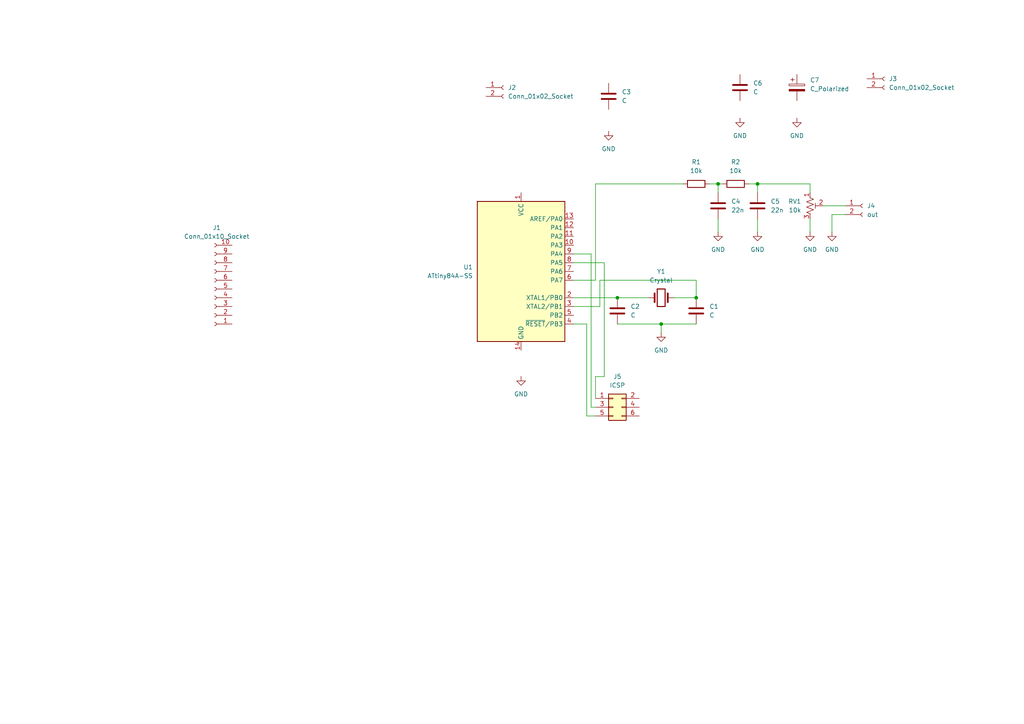
<source format=kicad_sch>
(kicad_sch (version 20231120) (generator "eeschema") (generator_version "8.0")
  (paper "A4")
  (lib_symbols
    (symbol "Connector:Conn_01x02_Socket" (pin_names (offset 1.016) hide)
      (property "Reference" "J" (at 0 2.54 0))
      (property "Value" "Conn_01x02_Socket" (at 0 -5.08 0))
      (symbol "Conn_01x02_Socket_1_1"
        (arc (start 0 -2.032) (mid -0.5058 -2.54) (end 0 -3.048) (stroke (width 0.1524)))
        (polyline (pts (xy -1.27 -2.54) (xy -0.508 -2.54)) (stroke (width 0.1524)))
        (polyline (pts (xy -1.27 0) (xy -0.508 0)) (stroke (width 0.1524)))
        (arc (start 0 0.508) (mid -0.5058 0) (end 0 -0.508) (stroke (width 0.1524)))
        (pin passive line (at -5.08 0 0) (length 3.81) (name "Pin_1") (number "1"))
        (pin passive line (at -5.08 -2.54 0) (length 3.81) (name "Pin_2") (number "2"))
      )
    )
    (symbol "Connector:Conn_01x10_Socket" (pin_names (offset 1.016) hide)
      (property "Reference" "J" (at 0 12.7 0))
      (property "Value" "Conn_01x10_Socket" (at 0 -15.24 0))
      (symbol "Conn_01x10_Socket_1_1"
        (arc (start 0 -12.192) (mid -0.5058 -12.7) (end 0 -13.208) (stroke (width 0.1524)))
        (arc (start 0 -9.652) (mid -0.5058 -10.16) (end 0 -10.668) (stroke (width 0.1524)))
        (arc (start 0 -7.112) (mid -0.5058 -7.62) (end 0 -8.128) (stroke (width 0.1524)))
        (arc (start 0 -4.572) (mid -0.5058 -5.08) (end 0 -5.588) (stroke (width 0.1524)))
        (arc (start 0 -2.032) (mid -0.5058 -2.54) (end 0 -3.048) (stroke (width 0.1524)))
        (polyline (pts (xy -1.27 -12.7) (xy -0.508 -12.7)) (stroke (width 0.1524)))
        (polyline (pts (xy -1.27 -10.16) (xy -0.508 -10.16)) (stroke (width 0.1524)))
        (polyline (pts (xy -1.27 -7.62) (xy -0.508 -7.62)) (stroke (width 0.1524)))
        (polyline (pts (xy -1.27 -5.08) (xy -0.508 -5.08)) (stroke (width 0.1524)))
        (polyline (pts (xy -1.27 -2.54) (xy -0.508 -2.54)) (stroke (width 0.1524)))
        (polyline (pts (xy -1.27 0) (xy -0.508 0)) (stroke (width 0.1524)))
        (polyline (pts (xy -1.27 2.54) (xy -0.508 2.54)) (stroke (width 0.1524)))
        (polyline (pts (xy -1.27 5.08) (xy -0.508 5.08)) (stroke (width 0.1524)))
        (polyline (pts (xy -1.27 7.62) (xy -0.508 7.62)) (stroke (width 0.1524)))
        (polyline (pts (xy -1.27 10.16) (xy -0.508 10.16)) (stroke (width 0.1524)))
        (arc (start 0 0.508) (mid -0.5058 0) (end 0 -0.508) (stroke (width 0.1524)))
        (arc (start 0 3.048) (mid -0.5058 2.54) (end 0 2.032) (stroke (width 0.1524)))
        (arc (start 0 5.588) (mid -0.5058 5.08) (end 0 4.572) (stroke (width 0.1524)))
        (arc (start 0 8.128) (mid -0.5058 7.62) (end 0 7.112) (stroke (width 0.1524)))
        (arc (start 0 10.668) (mid -0.5058 10.16) (end 0 9.652) (stroke (width 0.1524)))
        (pin passive line (at -5.08 10.16 0) (length 3.81) (name "Pin_1") (number "1"))
        (pin passive line (at -5.08 -12.7 0) (length 3.81) (name "Pin_10") (number "10"))
        (pin passive line (at -5.08 7.62 0) (length 3.81) (name "Pin_2") (number "2"))
        (pin passive line (at -5.08 5.08 0) (length 3.81) (name "Pin_3") (number "3"))
        (pin passive line (at -5.08 2.54 0) (length 3.81) (name "Pin_4") (number "4"))
        (pin passive line (at -5.08 0 0) (length 3.81) (name "Pin_5") (number "5"))
        (pin passive line (at -5.08 -2.54 0) (length 3.81) (name "Pin_6") (number "6"))
        (pin passive line (at -5.08 -5.08 0) (length 3.81) (name "Pin_7") (number "7"))
        (pin passive line (at -5.08 -7.62 0) (length 3.81) (name "Pin_8") (number "8"))
        (pin passive line (at -5.08 -10.16 0) (length 3.81) (name "Pin_9") (number "9"))
      )
    )
    (symbol "Connector_Generic:Conn_02x03_Odd_Even" (pin_names (offset 1.016) hide)
      (property "Reference" "J" (at 1.27 5.08 0))
      (property "Value" "Conn_02x03_Odd_Even" (at 1.27 -5.08 0))
      (symbol "Conn_02x03_Odd_Even_1_1"
        (rectangle (start -1.27 -2.413) (end 0 -2.667) (stroke (width 0.1524)))
        (rectangle (start -1.27 0.127) (end 0 -0.127) (stroke (width 0.1524)))
        (rectangle (start -1.27 2.667) (end 0 2.413) (stroke (width 0.1524)))
        (rectangle (start -1.27 3.81) (end 3.81 -3.81) (stroke (width 0.254)) (fill (type background)))
        (rectangle (start 3.81 -2.413) (end 2.54 -2.667) (stroke (width 0.1524)))
        (rectangle (start 3.81 0.127) (end 2.54 -0.127) (stroke (width 0.1524)))
        (rectangle (start 3.81 2.667) (end 2.54 2.413) (stroke (width 0.1524)))
        (pin passive line (at -5.08 2.54 0) (length 3.81) (name "Pin_1") (number "1"))
        (pin passive line (at 7.62 2.54 180) (length 3.81) (name "Pin_2") (number "2"))
        (pin passive line (at -5.08 0 0) (length 3.81) (name "Pin_3") (number "3"))
        (pin passive line (at 7.62 0 180) (length 3.81) (name "Pin_4") (number "4"))
        (pin passive line (at -5.08 -2.54 0) (length 3.81) (name "Pin_5") (number "5"))
        (pin passive line (at 7.62 -2.54 180) (length 3.81) (name "Pin_6") (number "6"))
      )
    )
    (symbol "Device:C" (pin_numbers hide) (pin_names (offset 0.254))
      (property "Reference" "C" (at 0.635 2.54 0))
      (property "Value" "C" (at 0.635 -2.54 0))
      (symbol "C_0_1"
        (polyline (pts (xy -2.032 -0.762) (xy 2.032 -0.762)) (stroke (width 0.508)))
        (polyline (pts (xy -2.032 0.762) (xy 2.032 0.762)) (stroke (width 0.508)))
      )
      (symbol "C_1_1"
        (pin passive line (at 0 3.81 270) (length 2.794) (name "~") (number "1"))
        (pin passive line (at 0 -3.81 90) (length 2.794) (name "~") (number "2"))
      )
    )
    (symbol "Device:C_Polarized" (pin_numbers hide) (pin_names (offset 0.254))
      (property "Reference" "C" (at 0.635 2.54 0))
      (property "Value" "C_Polarized" (at 0.635 -2.54 0))
      (symbol "C_Polarized_0_1"
        (rectangle (start -2.286 0.508) (end 2.286 1.016))
        (polyline (pts (xy -1.778 2.286) (xy -0.762 2.286)))
        (polyline (pts (xy -1.27 2.794) (xy -1.27 1.778)))
        (rectangle (start 2.286 -0.508) (end -2.286 -1.016) (fill (type outline)))
      )
      (symbol "C_Polarized_1_1"
        (pin passive line (at 0 3.81 270) (length 2.794) (name "~") (number "1"))
        (pin passive line (at 0 -3.81 90) (length 2.794) (name "~") (number "2"))
      )
    )
    (symbol "Device:Crystal" (pin_numbers hide) (pin_names (offset 1.016) hide)
      (property "Reference" "Y" (at 0 3.81 0))
      (property "Value" "Crystal" (at 0 -3.81 0))
      (symbol "Crystal_0_1"
        (rectangle (start -1.143 2.54) (end 1.143 -2.54) (stroke (width 0.3048)))
        (polyline (pts (xy -2.54 0) (xy -1.905 0)))
        (polyline (pts (xy -1.905 -1.27) (xy -1.905 1.27)) (stroke (width 0.508)))
        (polyline (pts (xy 1.905 -1.27) (xy 1.905 1.27)) (stroke (width 0.508)))
        (polyline (pts (xy 2.54 0) (xy 1.905 0)))
      )
      (symbol "Crystal_1_1"
        (pin passive line (at -3.81 0 0) (length 1.27) (name "1") (number "1"))
        (pin passive line (at 3.81 0 180) (length 1.27) (name "2") (number "2"))
      )
    )
    (symbol "Device:R" (pin_numbers hide) (pin_names (offset 0))
      (property "Reference" "R" (at 2.032 0 90))
      (property "Value" "R" (at 0 0 90))
      (symbol "R_0_1"
        (rectangle (start -1.016 -2.54) (end 1.016 2.54) (stroke (width 0.254)))
      )
      (symbol "R_1_1"
        (pin passive line (at 0 3.81 270) (length 1.27) (name "~") (number "1"))
        (pin passive line (at 0 -3.81 90) (length 1.27) (name "~") (number "2"))
      )
    )
    (symbol "Device:R_Potentiometer_Trim_US" (pin_names (offset 1.016) hide)
      (property "Reference" "RV" (at -4.445 0 90))
      (property "Value" "R_Potentiometer_Trim_US" (at -2.54 0 90))
      (symbol "R_Potentiometer_Trim_US_0_1"
        (polyline (pts (xy 0 -2.286) (xy 0 -2.54)))
        (polyline (pts (xy 0 2.286) (xy 0 2.54)))
        (polyline (pts (xy 1.524 0.762) (xy 1.524 -0.762)))
        (polyline (pts (xy 2.54 0) (xy 1.524 0)))
        (polyline (pts (xy 0 -0.762) (xy 1.016 -1.143) (xy 0 -1.524) (xy -1.016 -1.905) (xy 0 -2.286)))
        (polyline (pts (xy 0 0.762) (xy 1.016 0.381) (xy 0 0) (xy -1.016 -0.381) (xy 0 -0.762)))
        (polyline (pts (xy 0 2.286) (xy 1.016 1.905) (xy 0 1.524) (xy -1.016 1.143) (xy 0 0.762)))
      )
      (symbol "R_Potentiometer_Trim_US_1_1"
        (pin passive line (at 0 3.81 270) (length 1.27) (name "1") (number "1"))
        (pin passive line (at 3.81 0 180) (length 1.27) (name "2") (number "2"))
        (pin passive line (at 0 -3.81 90) (length 1.27) (name "3") (number "3"))
      )
    )
    (symbol "MCU_Microchip_ATtiny:ATtiny84A-SS"
      (property "Reference" "U" (at -12.7 21.59 0))
      (property "Value" "ATtiny84A-SS" (at 2.54 -21.59 0))
      (symbol "ATtiny84A-SS_0_1"
        (rectangle (start -12.7 -20.32) (end 12.7 20.32) (stroke (width 0.254)) (fill (type background)))
      )
      (symbol "ATtiny84A-SS_1_1"
        (pin power_in line (at 0 22.86 270) (length 2.54) (name "VCC") (number "1"))
        (pin bidirectional line (at 15.24 7.62 180) (length 2.54) (name "PA3") (number "10"))
        (pin bidirectional line (at 15.24 10.16 180) (length 2.54) (name "PA2") (number "11"))
        (pin bidirectional line (at 15.24 12.7 180) (length 2.54) (name "PA1") (number "12"))
        (pin bidirectional line (at 15.24 15.24 180) (length 2.54) (name "AREF/PA0") (number "13"))
        (pin power_in line (at 0 -22.86 90) (length 2.54) (name "GND") (number "14"))
        (pin bidirectional line (at 15.24 -7.62 180) (length 2.54) (name "XTAL1/PB0") (number "2"))
        (pin bidirectional line (at 15.24 -10.16 180) (length 2.54) (name "XTAL2/PB1") (number "3"))
        (pin bidirectional line (at 15.24 -15.24 180) (length 2.54) (name "~{RESET}/PB3") (number "4"))
        (pin bidirectional line (at 15.24 -12.7 180) (length 2.54) (name "PB2") (number "5"))
        (pin bidirectional line (at 15.24 -2.54 180) (length 2.54) (name "PA7") (number "6"))
        (pin bidirectional line (at 15.24 0 180) (length 2.54) (name "PA6") (number "7"))
        (pin bidirectional line (at 15.24 2.54 180) (length 2.54) (name "PA5") (number "8"))
        (pin bidirectional line (at 15.24 5.08 180) (length 2.54) (name "PA4") (number "9"))
      )
    )
    (symbol "power:GND" (power) (pin_numbers hide) (pin_names (offset 0) hide)
      (property "Value" "GND" (at 0 -3.81 0))
      (symbol "GND_0_1"
        (polyline (pts (xy 0 0) (xy 0 -1.27) (xy 1.27 -1.27) (xy 0 -2.54) (xy -1.27 -1.27) (xy 0 -1.27)))
      )
      (symbol "GND_1_1"
        (pin power_in line (at 0 0 270) (length 0) (name "~") (number "1"))
      )
    )
  )
  (junction (at 208.28 53.34))
  (junction (at 219.71 53.34))
  (junction (at 191.77 93.98))
  (junction (at 179.07 86.36))
  (junction (at 201.93 86.36))
  (wire (pts (xy 241.3 62.23) (xy 241.3 67.31)))
  (wire (pts (xy 166.37 76.2) (xy 175.26 76.2)))
  (wire (pts (xy 170.18 120.65) (xy 172.72 120.65)))
  (wire (pts (xy 175.26 109.22) (xy 172.72 109.22)))
  (wire (pts (xy 191.77 93.98) (xy 201.93 93.98)))
  (wire (pts (xy 166.37 86.36) (xy 179.07 86.36)))
  (wire (pts (xy 170.18 93.98) (xy 170.18 120.65)))
  (wire (pts (xy 219.71 53.34) (xy 234.95 53.34)))
  (wire (pts (xy 234.95 55.88) (xy 234.95 53.34)))
  (wire (pts (xy 166.37 93.98) (xy 170.18 93.98)))
  (wire (pts (xy 201.93 81.28) (xy 201.93 86.36)))
  (wire (pts (xy 172.72 118.11) (xy 171.45 118.11)))
  (wire (pts (xy 172.72 53.34) (xy 198.12 53.34)))
  (wire (pts (xy 238.76 59.69) (xy 245.11 59.69)))
  (wire (pts (xy 209.55 53.34) (xy 208.28 53.34)))
  (wire (pts (xy 173.99 88.9) (xy 173.99 81.28)))
  (wire (pts (xy 179.07 93.98) (xy 191.77 93.98)))
  (wire (pts (xy 166.37 88.9) (xy 173.99 88.9)))
  (wire (pts (xy 219.71 53.34) (xy 219.71 55.88)))
  (wire (pts (xy 217.17 53.34) (xy 219.71 53.34)))
  (wire (pts (xy 191.77 96.52) (xy 191.77 93.98)))
  (wire (pts (xy 245.11 62.23) (xy 241.3 62.23)))
  (wire (pts (xy 195.58 86.36) (xy 201.93 86.36)))
  (wire (pts (xy 208.28 63.5) (xy 208.28 67.31)))
  (wire (pts (xy 172.72 81.28) (xy 172.72 53.34)))
  (wire (pts (xy 175.26 76.2) (xy 175.26 109.22)))
  (wire (pts (xy 208.28 53.34) (xy 208.28 55.88)))
  (wire (pts (xy 205.74 53.34) (xy 208.28 53.34)))
  (wire (pts (xy 234.95 63.5) (xy 234.95 67.31)))
  (wire (pts (xy 166.37 81.28) (xy 172.72 81.28)))
  (wire (pts (xy 219.71 63.5) (xy 219.71 67.31)))
  (wire (pts (xy 172.72 109.22) (xy 172.72 115.57)))
  (wire (pts (xy 173.99 81.28) (xy 201.93 81.28)))
  (wire (pts (xy 171.45 118.11) (xy 171.45 73.66)))
  (wire (pts (xy 171.45 73.66) (xy 166.37 73.66)))
  (wire (pts (xy 179.07 86.36) (xy 187.96 86.36)))
  (symbol (lib_id "Connector:Conn_01x02_Socket") (at 256.54 22.86 0) (unit 1)
    (property "Reference" "J3" (at 257.81 22.8599 0) (effects (justify left)))
    (property "Value" "Conn_01x02_Socket" (at 257.81 25.3999 0) (effects (justify left)))
    (property "Description" "Generic connector, single row, 01x02, script generated" (effects (hide yes)))
  )
  (symbol (lib_id "Device:C") (at 176.53 27.94 0) (unit 1)
    (property "Reference" "C3" (at 180.34 26.6699 0) (effects (justify left)))
    (property "Value" "C" (at 180.34 29.2099 0) (effects (justify left)))
    (property "Description" "Unpolarized capacitor" (effects (hide yes)))
  )
  (symbol (lib_id "Device:C") (at 208.28 59.69 0) (unit 1)
    (property "Reference" "C4" (at 212.09 58.4199 0) (effects (justify left)))
    (property "Value" "22n" (at 212.09 60.9599 0) (effects (justify left)))
    (property "Description" "Unpolarized capacitor" (effects (hide yes)))
  )
  (symbol (lib_id "MCU_Microchip_ATtiny:ATtiny84A-SS") (at 151.13 78.74 0) (unit 1)
    (property "Reference" "U1" (at 137.16 77.4699 0) (effects (justify right)))
    (property "Value" "ATtiny84A-SS" (at 137.16 80.0099 0) (effects (justify right)))
    (property "Footprint" "Package_SO:SOIC-14_3.9x8.7mm_P1.27mm" (effects (hide yes)))
    (property "Datasheet" "http://ww1.microchip.com/downloads/en/DeviceDoc/doc8183.pdf" (effects (hide yes)))
    (property "Description" "20MHz, 8kB Flash, 512B SRAM, 512B EEPROM, debugWIRE, SOIC-14" (effects (hide yes)))
  )
  (symbol (lib_id "Device:R") (at 201.93 53.34 90) (unit 1)
    (property "Reference" "R1" (at 201.93 46.99 90))
    (property "Value" "10k" (at 201.93 49.53 90))
    (property "Description" "Resistor" (effects (hide yes)))
  )
  (symbol (lib_id "Device:R_Potentiometer_Trim_US") (at 234.95 59.69 0) (unit 1)
    (property "Reference" "RV1" (at 232.41 58.4199 0) (effects (justify right)))
    (property "Value" "10k" (at 232.41 60.9599 0) (effects (justify right)))
    (property "Description" "Trim-potentiometer, US symbol" (effects (hide yes)))
  )
  (symbol (lib_id "Device:C_Polarized") (at 231.14 25.4 0) (unit 1)
    (property "Reference" "C7" (at 234.95 23.2409 0) (effects (justify left)))
    (property "Value" "C_Polarized" (at 234.95 25.7809 0) (effects (justify left)))
    (property "Description" "Polarized capacitor" (effects (hide yes)))
  )
  (symbol (lib_id "Device:C") (at 201.93 90.17 0) (unit 1)
    (property "Reference" "C1" (at 205.74 88.8999 0) (effects (justify left)))
    (property "Value" "C" (at 205.74 91.4399 0) (effects (justify left)))
    (property "Description" "Unpolarized capacitor" (effects (hide yes)))
  )
  (symbol (lib_id "Device:C") (at 219.71 59.69 0) (unit 1)
    (property "Reference" "C5" (at 223.52 58.4199 0) (effects (justify left)))
    (property "Value" "22n" (at 223.52 60.9599 0) (effects (justify left)))
    (property "Description" "Unpolarized capacitor" (effects (hide yes)))
  )
  (symbol (lib_id "power:GND") (at 208.28 67.31 0) (unit 1)
    (property "Reference" "#PWR08" (effects (hide yes)))
    (property "Value" "GND" (at 208.28 72.39 0))
    (property "Description" "Power symbol creates a global label with name \"GND\" , ground" (effects (hide yes)))
  )
  (symbol (lib_id "power:GND") (at 176.53 38.1 0) (unit 1)
    (property "Reference" "#PWR06" (effects (hide yes)))
    (property "Value" "GND" (at 176.53 43.18 0))
    (property "Description" "Power symbol creates a global label with name \"GND\" , ground" (effects (hide yes)))
  )
  (symbol (lib_id "power:GND") (at 241.3 67.31 0) (unit 1)
    (property "Reference" "#PWR07" (effects (hide yes)))
    (property "Value" "GND" (at 241.3 72.39 0))
    (property "Description" "Power symbol creates a global label with name \"GND\" , ground" (effects (hide yes)))
  )
  (symbol (lib_id "Connector_Generic:Conn_02x03_Odd_Even") (at 177.8 118.11 0) (unit 1)
    (property "Reference" "J5" (at 179.07 109.22 0))
    (property "Value" "ICSP" (at 179.07 111.76 0))
    (property "Description" "Generic connector, double row, 02x03, odd/even pin numbering scheme (row 1 odd numbers, row 2 even numbers), script generated (kicad-library-utils/schlib/autogen/connector/)" (effects (hide yes)))
  )
  (symbol (lib_id "power:GND") (at 234.95 67.31 0) (unit 1)
    (property "Reference" "#PWR05" (effects (hide yes)))
    (property "Value" "GND" (at 234.95 72.39 0))
    (property "Description" "Power symbol creates a global label with name \"GND\" , ground" (effects (hide yes)))
  )
  (symbol (lib_id "Connector:Conn_01x02_Socket") (at 146.05 25.4 0) (unit 1)
    (property "Reference" "J2" (at 147.32 25.3999 0) (effects (justify left)))
    (property "Value" "Conn_01x02_Socket" (at 147.32 27.9399 0) (effects (justify left)))
    (property "Description" "Generic connector, single row, 01x02, script generated" (effects (hide yes)))
  )
  (symbol (lib_id "power:GND") (at 214.63 34.29 0) (unit 1)
    (property "Reference" "#PWR01" (effects (hide yes)))
    (property "Value" "GND" (at 214.63 39.37 0))
    (property "Description" "Power symbol creates a global label with name \"GND\" , ground" (effects (hide yes)))
  )
  (symbol (lib_id "Device:Crystal") (at 191.77 86.36 0) (unit 1)
    (property "Reference" "Y1" (at 191.77 78.74 0))
    (property "Value" "Crystal" (at 191.77 81.28 0))
    (property "Description" "Two pin crystal" (effects (hide yes)))
  )
  (symbol (lib_id "power:GND") (at 219.71 67.31 0) (unit 1)
    (property "Reference" "#PWR09" (effects (hide yes)))
    (property "Value" "GND" (at 219.71 72.39 0))
    (property "Description" "Power symbol creates a global label with name \"GND\" , ground" (effects (hide yes)))
  )
  (symbol (lib_id "power:GND") (at 231.14 34.29 0) (unit 1)
    (property "Reference" "#PWR02" (effects (hide yes)))
    (property "Value" "GND" (at 231.14 39.37 0))
    (property "Description" "Power symbol creates a global label with name \"GND\" , ground" (effects (hide yes)))
  )
  (symbol (lib_id "Connector:Conn_01x10_Socket") (at 62.23 83.82 180) (unit 1)
    (property "Reference" "J1" (at 62.865 66.04 0))
    (property "Value" "Conn_01x10_Socket" (at 62.865 68.58 0))
    (property "Description" "Generic connector, single row, 01x10, script generated" (effects (hide yes)))
  )
  (symbol (lib_id "Device:C") (at 179.07 90.17 0) (unit 1)
    (property "Reference" "C2" (at 182.88 88.8999 0) (effects (justify left)))
    (property "Value" "C" (at 182.88 91.4399 0) (effects (justify left)))
    (property "Description" "Unpolarized capacitor" (effects (hide yes)))
  )
  (symbol (lib_id "power:GND") (at 151.13 109.22 0) (unit 1)
    (property "Reference" "#PWR04" (effects (hide yes)))
    (property "Value" "GND" (at 151.13 114.3 0))
    (property "Description" "Power symbol creates a global label with name \"GND\" , ground" (effects (hide yes)))
  )
  (symbol (lib_id "Device:C") (at 214.63 25.4 0) (unit 1)
    (property "Reference" "C6" (at 218.44 24.1299 0) (effects (justify left)))
    (property "Value" "C" (at 218.44 26.6699 0) (effects (justify left)))
    (property "Description" "Unpolarized capacitor" (effects (hide yes)))
  )
  (symbol (lib_id "power:GND") (at 191.77 96.52 0) (unit 1)
    (property "Reference" "#PWR03" (effects (hide yes)))
    (property "Value" "GND" (at 191.77 101.6 0))
    (property "Description" "Power symbol creates a global label with name \"GND\" , ground" (effects (hide yes)))
  )
  (symbol (lib_id "Connector:Conn_01x02_Socket") (at 250.19 59.69 0) (unit 1)
    (property "Reference" "J4" (at 251.46 59.6899 0) (effects (justify left)))
    (property "Value" "out" (at 251.46 62.2299 0) (effects (justify left)))
    (property "Description" "Generic connector, single row, 01x02, script generated" (effects (hide yes)))
  )
  (symbol (lib_id "Device:R") (at 213.36 53.34 90) (unit 1)
    (property "Reference" "R2" (at 213.36 46.99 90))
    (property "Value" "10k" (at 213.36 49.53 90))
    (property "Description" "Resistor" (effects (hide yes)))
  )
)
</source>
